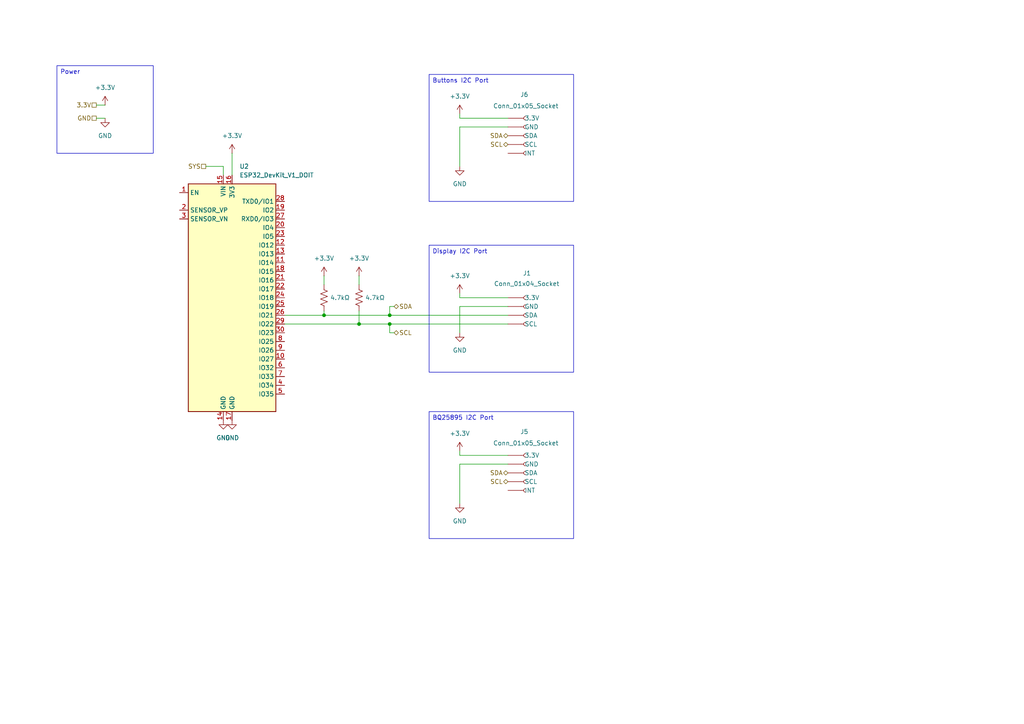
<source format=kicad_sch>
(kicad_sch (version 20250114) (generator "eeschema") (generator_version "9.0")
  (paper "A4")
  (lib_symbols
    (symbol "Connector:Conn_01x04_Socket" (pin_numbers (hide yes)) (pin_names (offset 1.016))
      (property "Reference" "J1" (at -0.762 9.652 0))
      (property "Value" "Conn_01x04_Socket" (at -9.144 6.604 0))
      (symbol "Conn_01x04_Socket_1_1"
        (polyline (pts (xy -1.27 2.54) (xy -0.508 2.54)) (stroke (width 0.1524)))
        (polyline (pts (xy -1.27 0) (xy -0.508 0)) (stroke (width 0.1524)))
        (polyline (pts (xy -1.27 -2.54) (xy -0.508 -2.54)) (stroke (width 0.1524)))
        (polyline (pts (xy -1.27 -5.08) (xy -0.508 -5.08)) (stroke (width 0.1524)))
        (arc (start 0 2.032) (mid -0.5058 2.54) (end 0 3.048) (stroke (width 0.1524)))
        (arc (start 0 -0.508) (mid -0.5058 0) (end 0 0.508) (stroke (width 0.1524)))
        (arc (start 0 -3.048) (mid -0.5058 -2.54) (end 0 -2.032) (stroke (width 0.1524)))
        (arc (start 0 -5.588) (mid -0.5058 -5.08) (end 0 -4.572) (stroke (width 0.1524)))
        (pin passive line (at -5.08 2.54 0) (length 3.81) (name "3.3V") (number "1"))
        (pin passive line (at -5.08 0 0) (length 3.81) (name "GND") (number "2"))
        (pin bidirectional line (at -5.08 -2.54 0) (length 3.81) (name "SDA") (number "3"))
        (pin bidirectional line (at -5.08 -5.08 0) (length 3.81) (name "SCL") (number "4"))
      )
    )
    (symbol "Connector:Conn_01x05_Socket" (pin_numbers (hide yes)) (pin_names (offset 1.016))
      (property "Reference" "J5" (at -1.524 11.938 0))
      (property "Value" "Conn_01x05_Socket" (at -9.398 8.636 0))
      (symbol "Conn_01x05_Socket_1_1"
        (polyline (pts (xy -1.27 5.08) (xy -0.508 5.08)) (stroke (width 0.1524)))
        (polyline (pts (xy -1.27 2.54) (xy -0.508 2.54)) (stroke (width 0.1524)))
        (polyline (pts (xy -1.27 0) (xy -0.508 0)) (stroke (width 0.1524)))
        (polyline (pts (xy -1.27 -2.54) (xy -0.508 -2.54)) (stroke (width 0.1524)))
        (polyline (pts (xy -1.27 -5.08) (xy -0.508 -5.08)) (stroke (width 0.1524)))
        (arc (start 0 4.572) (mid -0.5058 5.08) (end 0 5.588) (stroke (width 0.1524)))
        (arc (start 0 2.032) (mid -0.5058 2.54) (end 0 3.048) (stroke (width 0.1524)))
        (arc (start 0 -0.508) (mid -0.5058 0) (end 0 0.508) (stroke (width 0.1524)))
        (arc (start 0 -3.048) (mid -0.5058 -2.54) (end 0 -2.032) (stroke (width 0.1524)))
        (arc (start 0 -5.588) (mid -0.5058 -5.08) (end 0 -4.572) (stroke (width 0.1524)))
        (pin passive line (at -5.08 5.08 0) (length 3.81) (name "3.3V") (number "1"))
        (pin passive line (at -5.08 2.54 0) (length 3.81) (name "GND") (number "2"))
        (pin bidirectional line (at -5.08 0 0) (length 3.81) (name "SDA") (number "3"))
        (pin bidirectional line (at -5.08 -2.54 0) (length 3.81) (name "SCL") (number "4"))
        (pin passive line (at -5.08 -5.08 0) (length 3.81) (name "INT") (number "5"))
      )
    )
    (symbol "Device:R_US" (pin_numbers (hide yes)) (pin_names (offset 0))
      (property "Reference" "R" (at 2.54 0 90))
      (property "Value" "R_US" (at -2.54 0 90))
      (symbol "R_US_0_1"
        (polyline (pts (xy 0 2.286) (xy 0 2.54)))
        (polyline (pts (xy 0 2.286) (xy 1.016 1.905) (xy 0 1.524) (xy -1.016 1.143) (xy 0 0.762)))
        (polyline (pts (xy 0 0.762) (xy 1.016 0.381) (xy 0 0) (xy -1.016 -0.381) (xy 0 -0.762)))
        (polyline (pts (xy 0 -0.762) (xy 1.016 -1.143) (xy 0 -1.524) (xy -1.016 -1.905) (xy 0 -2.286)))
        (polyline (pts (xy 0 -2.286) (xy 0 -2.54)))
      )
      (symbol "R_US_1_1"
        (pin passive line (at 0 3.81 270) (length 1.27) (name "~") (number "1"))
        (pin passive line (at 0 -3.81 90) (length 1.27) (name "~") (number "2"))
      )
    )
    (symbol "ESP32_DevKit_V1_DOIT:ESP32_DevKit_V1_DOIT"
      (property "Reference" "U" (at -11.43 34.29 0))
      (property "Value" "ESP32_DevKit_V1_DOIT" (at 11.43 34.29 0))
      (symbol "ESP32_DevKit_V1_DOIT_1_1"
        (rectangle (start -12.7 33.02) (end 12.7 -33.02) (stroke (width 0.254)) (fill (type background)))
        (pin input line (at -15.24 30.48 0) (length 2.54) (name "EN") (number "1"))
        (pin input line (at -15.24 25.4 0) (length 2.54) (name "SENSOR_VP") (number "2"))
        (pin input line (at -15.24 22.86 0) (length 2.54) (name "SENSOR_VN") (number "3"))
        (pin power_in line (at -2.54 35.56 270) (length 2.54) (name "VIN") (number "15"))
        (pin power_in line (at -2.54 -35.56 90) (length 2.54) (name "GND") (number "14"))
        (pin power_in line (at 0 35.56 270) (length 2.54) (name "3V3") (number "16"))
        (pin power_in line (at 0 -35.56 90) (length 2.54) (name "GND") (number "17"))
        (pin bidirectional line (at 15.24 27.94 180) (length 2.54) (name "TXD0/IO1") (number "28"))
        (pin bidirectional line (at 15.24 25.4 180) (length 2.54) (name "IO2") (number "19"))
        (pin bidirectional line (at 15.24 22.86 180) (length 2.54) (name "RXD0/IO3") (number "27"))
        (pin bidirectional line (at 15.24 20.32 180) (length 2.54) (name "IO4") (number "20"))
        (pin bidirectional line (at 15.24 17.78 180) (length 2.54) (name "IO5") (number "23"))
        (pin bidirectional line (at 15.24 15.24 180) (length 2.54) (name "IO12") (number "12"))
        (pin bidirectional line (at 15.24 12.7 180) (length 2.54) (name "IO13") (number "13"))
        (pin bidirectional line (at 15.24 10.16 180) (length 2.54) (name "IO14") (number "11"))
        (pin bidirectional line (at 15.24 7.62 180) (length 2.54) (name "IO15") (number "18"))
        (pin bidirectional line (at 15.24 5.08 180) (length 2.54) (name "IO16") (number "21"))
        (pin bidirectional line (at 15.24 2.54 180) (length 2.54) (name "IO17") (number "22"))
        (pin bidirectional line (at 15.24 0 180) (length 2.54) (name "IO18") (number "24"))
        (pin bidirectional line (at 15.24 -2.54 180) (length 2.54) (name "IO19") (number "25"))
        (pin bidirectional line (at 15.24 -5.08 180) (length 2.54) (name "IO21") (number "26"))
        (pin bidirectional line (at 15.24 -7.62 180) (length 2.54) (name "IO22") (number "29"))
        (pin bidirectional line (at 15.24 -10.16 180) (length 2.54) (name "IO23") (number "30"))
        (pin bidirectional line (at 15.24 -12.7 180) (length 2.54) (name "IO25") (number "8"))
        (pin bidirectional line (at 15.24 -15.24 180) (length 2.54) (name "IO26") (number "9"))
        (pin bidirectional line (at 15.24 -17.78 180) (length 2.54) (name "IO27") (number "10"))
        (pin bidirectional line (at 15.24 -20.32 180) (length 2.54) (name "IO32") (number "6"))
        (pin bidirectional line (at 15.24 -22.86 180) (length 2.54) (name "IO33") (number "7"))
        (pin input line (at 15.24 -25.4 180) (length 2.54) (name "IO34") (number "4"))
        (pin input line (at 15.24 -27.94 180) (length 2.54) (name "IO35") (number "5"))
      )
    )
    (symbol "power:+3.3V" (power) (pin_numbers (hide yes)) (pin_names (offset 0) (hide yes))
      (property "Value" "+3.3V" (at 0 3.556 0))
      (symbol "+3.3V_0_1"
        (polyline (pts (xy -0.762 1.27) (xy 0 2.54)))
        (polyline (pts (xy 0 2.54) (xy 0.762 1.27)))
        (polyline (pts (xy 0 0) (xy 0 2.54)))
      )
      (symbol "+3.3V_1_1"
        (pin power_in line (at 0 0 90) (length 0) (name "~") (number "1"))
      )
    )
    (symbol "power:GND" (power) (pin_numbers (hide yes)) (pin_names (offset 0) (hide yes))
      (property "Value" "GND" (at 0 -3.81 0))
      (symbol "GND_0_1"
        (polyline (pts (xy 0 0) (xy 0 -1.27) (xy 1.27 -1.27) (xy 0 -2.54) (xy -1.27 -1.27) (xy 0 -1.27)))
      )
      (symbol "GND_1_1"
        (pin power_in line (at 0 0 270) (length 0) (name "~") (number "1"))
      )
    )
  )
  (text_box "Power" (at 16.51 19.05 0) (size 27.94 25.4) (margins 0.9525 0.9525 0.9525 0.9525) (effects (font (size 1.27 1.27)) (justify left top)))
  (text_box "BQ25895 I2C Port" (at 124.46 119.38 0) (size 41.91 36.83) (margins 0.9525 0.9525 0.9525 0.9525) (effects (font (size 1.27 1.27)) (justify left top)))
  (text_box "Buttons I2C Port" (at 124.46 21.59 0) (size 41.91 36.83) (margins 0.9525 0.9525 0.9525 0.9525) (effects (font (size 1.27 1.27)) (justify left top)))
  (text_box "Display I2C Port" (at 124.46 71.12 0) (size 41.91 36.83) (margins 0.9525 0.9525 0.9525 0.9525) (effects (font (size 1.27 1.27)) (justify left top)))
  (junction (at 113.03 91.44))
  (junction (at 104.14 93.98))
  (junction (at 93.98 91.44))
  (junction (at 113.03 93.98))
  (wire (pts (xy 104.14 80.01) (xy 104.14 82.55)))
  (wire (pts (xy 27.94 34.29) (xy 30.48 34.29)))
  (wire (pts (xy 82.55 91.44) (xy 93.98 91.44)))
  (wire (pts (xy 147.32 88.9) (xy 133.35 88.9)))
  (wire (pts (xy 147.32 36.83) (xy 133.35 36.83)))
  (wire (pts (xy 147.32 86.36) (xy 133.35 86.36)))
  (wire (pts (xy 93.98 91.44) (xy 113.03 91.44)))
  (wire (pts (xy 133.35 33.02) (xy 133.35 34.29)))
  (wire (pts (xy 133.35 36.83) (xy 133.35 48.26)))
  (wire (pts (xy 113.03 96.52) (xy 113.03 93.98)))
  (wire (pts (xy 104.14 90.17) (xy 104.14 93.98)))
  (wire (pts (xy 82.55 93.98) (xy 104.14 93.98)))
  (wire (pts (xy 133.35 132.08) (xy 147.32 132.08)))
  (wire (pts (xy 113.03 93.98) (xy 147.32 93.98)))
  (wire (pts (xy 93.98 80.01) (xy 93.98 82.55)))
  (wire (pts (xy 133.35 130.81) (xy 133.35 132.08)))
  (wire (pts (xy 27.94 30.48) (xy 30.48 30.48)))
  (wire (pts (xy 113.03 88.9) (xy 113.03 91.44)))
  (wire (pts (xy 133.35 88.9) (xy 133.35 96.52)))
  (wire (pts (xy 67.31 44.45) (xy 67.31 50.8)))
  (wire (pts (xy 113.03 91.44) (xy 147.32 91.44)))
  (wire (pts (xy 114.3 88.9) (xy 113.03 88.9)))
  (wire (pts (xy 133.35 134.62) (xy 133.35 146.05)))
  (wire (pts (xy 114.3 96.52) (xy 113.03 96.52)))
  (wire (pts (xy 147.32 134.62) (xy 133.35 134.62)))
  (wire (pts (xy 104.14 93.98) (xy 113.03 93.98)))
  (wire (pts (xy 133.35 86.36) (xy 133.35 85.09)))
  (wire (pts (xy 93.98 90.17) (xy 93.98 91.44)))
  (wire (pts (xy 133.35 34.29) (xy 147.32 34.29)))
  (wire (pts (xy 64.77 48.26) (xy 64.77 50.8)))
  (wire (pts (xy 59.69 48.26) (xy 64.77 48.26)))
  (hierarchical_label "SYS" (shape passive) (at 59.69 48.26 180))
  (hierarchical_label "SCL" (shape bidirectional) (at 147.32 139.7 180))
  (hierarchical_label "3.3V" (shape passive) (at 27.94 30.48 180))
  (hierarchical_label "SCL" (shape bidirectional) (at 114.3 96.52 0))
  (hierarchical_label "SDA" (shape bidirectional) (at 147.32 137.16 180))
  (hierarchical_label "GND" (shape passive) (at 27.94 34.29 180))
  (hierarchical_label "SDA" (shape bidirectional) (at 147.32 39.37 180))
  (hierarchical_label "SCL" (shape bidirectional) (at 147.32 41.91 180))
  (hierarchical_label "SDA" (shape bidirectional) (at 114.3 88.9 0))
  (symbol (lib_id "Connector:Conn_01x05_Socket") (at 152.4 39.37 0) (unit 1)
    (property "Reference" "J6" (at 150.876 27.432 0) (effects (justify left)))
    (property "Value" "Conn_01x05_Socket" (at 143.002 30.734 0) (effects (justify left)))
    (property "Footprint" "Connector_JST:JST_XH_B5B-XH-A_1x05_P2.50mm_Vertical" (effects (hide yes)))
    (property "Description" "Generic connector, single row, 01x05, script generated" (effects (hide yes)))
  )
  (symbol (lib_id "power:GND") (at 64.77 121.92 0) (unit 1)
    (property "Reference" "#PWR016" (effects (hide yes)))
    (property "Value" "GND" (at 64.77 127 0))
    (property "Description" "Power symbol creates a global label with name \"GND\" , ground" (effects (hide yes)))
  )
  (symbol (lib_id "ESP32_DevKit_V1_DOIT:ESP32_DevKit_V1_DOIT") (at 67.31 86.36 0) (unit 1)
    (property "Reference" "U2" (at 69.4533 48.26 0) (effects (justify left)))
    (property "Value" "ESP32_DevKit_V1_DOIT" (at 69.4533 50.8 0) (effects (justify left)))
    (property "Footprint" "ESP32_DevKit_V1_DOIT:esp32_devkit_v1_doit" (effects (hide yes)))
    (property "Datasheet" "https://aliexpress.com/item/32864722159.html" (effects (hide yes)))
    (property "Description" "32-bit microcontroller module with WiFi and Bluetooth" (effects (hide yes)))
  )
  (symbol (lib_id "power:+3.3V") (at 67.31 44.45 0) (unit 1)
    (property "Reference" "#PWR021" (effects (hide yes)))
    (property "Value" "+3.3V" (at 67.31 39.37 0))
    (property "Description" "Power symbol creates a global label with name \"+3.3V\"" (effects (hide yes)))
  )
  (symbol (lib_id "power:GND") (at 133.35 96.52 0) (unit 1)
    (property "Reference" "#PWR020" (effects (hide yes)))
    (property "Value" "GND" (at 133.35 101.6 0))
    (property "Description" "Power symbol creates a global label with name \"GND\" , ground" (effects (hide yes)))
  )
  (symbol (lib_id "power:GND") (at 30.48 34.29 0) (unit 1)
    (property "Reference" "#PWR018" (effects (hide yes)))
    (property "Value" "GND" (at 30.48 39.37 0))
    (property "Description" "Power symbol creates a global label with name \"GND\" , ground" (effects (hide yes)))
  )
  (symbol (lib_id "power:GND") (at 133.35 146.05 0) (unit 1)
    (property "Reference" "#PWR010" (effects (hide yes)))
    (property "Value" "GND" (at 133.35 151.13 0))
    (property "Description" "Power symbol creates a global label with name \"GND\" , ground" (effects (hide yes)))
  )
  (symbol (lib_id "power:+3.3V") (at 133.35 33.02 0) (unit 1)
    (property "Reference" "#PWR011" (effects (hide yes)))
    (property "Value" "+3.3V" (at 133.35 27.94 0))
    (property "Description" "Power symbol creates a global label with name \"+3.3V\"" (effects (hide yes)))
  )
  (symbol (lib_id "power:+3.3V") (at 104.14 80.01 0) (unit 1)
    (property "Reference" "#PWR02" (effects (hide yes)))
    (property "Value" "+3.3V" (at 104.14 74.93 0))
    (property "Description" "Power symbol creates a global label with name \"+3.3V\"" (effects (hide yes)))
  )
  (symbol (lib_id "power:+3.3V") (at 133.35 85.09 0) (unit 1)
    (property "Reference" "#PWR022" (effects (hide yes)))
    (property "Value" "+3.3V" (at 133.35 80.01 0))
    (property "Description" "Power symbol creates a global label with name \"+3.3V\"" (effects (hide yes)))
  )
  (symbol (lib_id "power:+3.3V") (at 93.98 80.01 0) (unit 1)
    (property "Reference" "#PWR01" (effects (hide yes)))
    (property "Value" "+3.3V" (at 93.98 74.93 0))
    (property "Description" "Power symbol creates a global label with name \"+3.3V\"" (effects (hide yes)))
  )
  (symbol (lib_id "power:GND") (at 67.31 121.92 0) (unit 1)
    (property "Reference" "#PWR017" (effects (hide yes)))
    (property "Value" "GND" (at 67.31 127 0))
    (property "Description" "Power symbol creates a global label with name \"GND\" , ground" (effects (hide yes)))
  )
  (symbol (lib_id "power:GND") (at 133.35 48.26 0) (unit 1)
    (property "Reference" "#PWR012" (effects (hide yes)))
    (property "Value" "GND" (at 133.35 53.34 0))
    (property "Description" "Power symbol creates a global label with name \"GND\" , ground" (effects (hide yes)))
  )
  (symbol (lib_id "power:+3.3V") (at 133.35 130.81 0) (unit 1)
    (property "Reference" "#PWR08" (effects (hide yes)))
    (property "Value" "+3.3V" (at 133.35 125.73 0))
    (property "Description" "Power symbol creates a global label with name \"+3.3V\"" (effects (hide yes)))
  )
  (symbol (lib_id "Connector:Conn_01x04_Socket") (at 152.4 88.9 0) (unit 1)
    (property "Reference" "J1" (at 151.638 79.248 0) (effects (justify left)))
    (property "Value" "Conn_01x04_Socket" (at 143.256 82.296 0) (effects (justify left)))
    (property "Footprint" "Connector_JST:JST_XH_B4B-XH-AM_1x04_P2.50mm_Vertical" (effects (hide yes)))
    (property "Description" "Generic connector, single row, 01x04, script generated" (effects (hide yes)))
  )
  (symbol (lib_id "Device:R_US") (at 104.14 86.36 0) (unit 1)
    (property "Reference" "R1" (effects (hide yes)))
    (property "Value" "4.7kΩ" (at 105.918 86.36 0) (effects (justify left)))
    (property "Footprint" "Resistor_SMD:R_0201_0603Metric" (effects (hide yes)))
    (property "Description" "Resistor, US symbol" (effects (hide yes)))
  )
  (symbol (lib_id "power:+3.3V") (at 30.48 30.48 0) (unit 1)
    (property "Reference" "#PWR023" (effects (hide yes)))
    (property "Value" "+3.3V" (at 30.48 25.4 0))
    (property "Description" "Power symbol creates a global label with name \"+3.3V\"" (effects (hide yes)))
  )
  (symbol (lib_id "Connector:Conn_01x05_Socket") (at 152.4 137.16 0) (unit 1)
    (property "Reference" "J5" (at 150.876 125.222 0) (effects (justify left)))
    (property "Value" "Conn_01x05_Socket" (at 143.002 128.524 0) (effects (justify left)))
    (property "Footprint" "Connector_JST:JST_XH_B5B-XH-A_1x05_P2.50mm_Vertical" (effects (hide yes)))
    (property "Description" "Generic connector, single row, 01x05, script generated" (effects (hide yes)))
  )
  (symbol (lib_id "Device:R_US") (at 93.98 86.36 0) (unit 1)
    (property "Reference" "R2" (effects (hide yes)))
    (property "Value" "4.7kΩ" (at 95.758 86.36 0) (effects (justify left)))
    (property "Footprint" "Resistor_SMD:R_0201_0603Metric" (effects (hide yes)))
    (property "Description" "Resistor, US symbol" (effects (hide yes)))
  )
)
</source>
